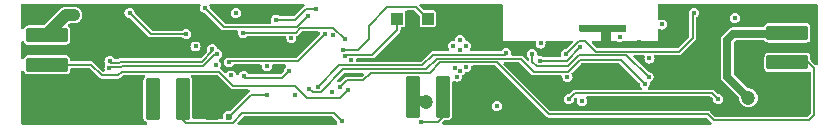
<source format=gbr>
%TF.GenerationSoftware,KiCad,Pcbnew,8.0.1*%
%TF.CreationDate,2024-08-20T12:32:33+02:00*%
%TF.ProjectId,ESP32_PICO_LED,45535033-325f-4504-9943-4f5f4c45442e,rev?*%
%TF.SameCoordinates,Original*%
%TF.FileFunction,Copper,L4,Bot*%
%TF.FilePolarity,Positive*%
%FSLAX46Y46*%
G04 Gerber Fmt 4.6, Leading zero omitted, Abs format (unit mm)*
G04 Created by KiCad (PCBNEW 8.0.1) date 2024-08-20 12:32:33*
%MOMM*%
%LPD*%
G01*
G04 APERTURE LIST*
G04 Aperture macros list*
%AMRoundRect*
0 Rectangle with rounded corners*
0 $1 Rounding radius*
0 $2 $3 $4 $5 $6 $7 $8 $9 X,Y pos of 4 corners*
0 Add a 4 corners polygon primitive as box body*
4,1,4,$2,$3,$4,$5,$6,$7,$8,$9,$2,$3,0*
0 Add four circle primitives for the rounded corners*
1,1,$1+$1,$2,$3*
1,1,$1+$1,$4,$5*
1,1,$1+$1,$6,$7*
1,1,$1+$1,$8,$9*
0 Add four rect primitives between the rounded corners*
20,1,$1+$1,$2,$3,$4,$5,0*
20,1,$1+$1,$4,$5,$6,$7,0*
20,1,$1+$1,$6,$7,$8,$9,0*
20,1,$1+$1,$8,$9,$2,$3,0*%
G04 Aperture macros list end*
%TA.AperFunction,ComponentPad*%
%ADD10C,0.500000*%
%TD*%
%TA.AperFunction,SMDPad,CuDef*%
%ADD11R,1.000000X1.000000*%
%TD*%
%TA.AperFunction,SMDPad,CuDef*%
%ADD12RoundRect,0.183824X-0.441176X1.566176X-0.441176X-1.566176X0.441176X-1.566176X0.441176X1.566176X0*%
%TD*%
%TA.AperFunction,SMDPad,CuDef*%
%ADD13RoundRect,0.183824X1.566176X0.441176X-1.566176X0.441176X-1.566176X-0.441176X1.566176X-0.441176X0*%
%TD*%
%TA.AperFunction,ViaPad*%
%ADD14C,0.450000*%
%TD*%
%TA.AperFunction,ViaPad*%
%ADD15C,1.200000*%
%TD*%
%TA.AperFunction,ViaPad*%
%ADD16C,1.000000*%
%TD*%
%TA.AperFunction,ViaPad*%
%ADD17C,0.600000*%
%TD*%
%TA.AperFunction,Conductor*%
%ADD18C,0.152400*%
%TD*%
%TA.AperFunction,Conductor*%
%ADD19C,1.000000*%
%TD*%
%TA.AperFunction,Conductor*%
%ADD20C,0.700000*%
%TD*%
%TA.AperFunction,Conductor*%
%ADD21C,0.177800*%
%TD*%
%TA.AperFunction,Conductor*%
%ADD22C,0.211074*%
%TD*%
G04 APERTURE END LIST*
D10*
%TO.P,U4,33,GND*%
%TO.N,GND*%
X155950000Y-81150000D03*
X156650000Y-81850000D03*
X155250000Y-81850000D03*
X155950000Y-82550000D03*
%TD*%
D11*
%TO.P,J4,1,Pin_1*%
%TO.N,SWCLK*%
X138200000Y-77100000D03*
%TD*%
D12*
%TO.P,J5,1,Pin_1*%
%TO.N,+5V*%
X139550000Y-83700000D03*
%TO.P,J5,2,Pin_2*%
%TO.N,LED_OUT_4*%
X142050000Y-83700000D03*
%TO.P,J5,3,Pin_3*%
%TO.N,GND*%
X144550000Y-83700000D03*
%TD*%
%TO.P,J6,1,Pin_1*%
%TO.N,+5V*%
X117550000Y-83900000D03*
%TO.P,J6,2,Pin_2*%
%TO.N,LED_OUT_3*%
X120050000Y-83900000D03*
%TO.P,J6,3,Pin_3*%
%TO.N,GND*%
X122550000Y-83900000D03*
%TD*%
D11*
%TO.P,J2,1,Pin_1*%
%TO.N,SWDIO*%
X140800000Y-77100000D03*
%TD*%
%TO.P,J3,1,Pin_1*%
%TO.N,GND*%
X143400000Y-77100000D03*
%TD*%
D13*
%TO.P,J1,1,Pin_1*%
%TO.N,+5V*%
X171250000Y-78300000D03*
%TO.P,J1,2,Pin_2*%
%TO.N,LED_OUT_2*%
X171250000Y-80800000D03*
%TO.P,J1,3,Pin_3*%
%TO.N,GND*%
X171250000Y-83300000D03*
%TD*%
%TO.P,J7,1,Pin_1*%
%TO.N,+5V*%
X108550000Y-78500000D03*
%TO.P,J7,2,Pin_2*%
%TO.N,LED_OUT_1*%
X108550000Y-81000000D03*
%TO.P,J7,3,Pin_3*%
%TO.N,GND*%
X108550000Y-83500000D03*
%TD*%
D14*
%TO.N,GND*%
X149632784Y-82777216D03*
X111390000Y-82430000D03*
X126250000Y-76100000D03*
X123450006Y-78620000D03*
X118812514Y-79900000D03*
X139050000Y-78775006D03*
X154000000Y-77900000D03*
X139925000Y-80575000D03*
X125150357Y-83600357D03*
X162150000Y-78680000D03*
X162620000Y-77589988D03*
X168980000Y-79540000D03*
X137650028Y-79499986D03*
X112320000Y-82850000D03*
X153250000Y-84500000D03*
X157376074Y-77847103D03*
X134338783Y-81871800D03*
X167731499Y-79187500D03*
X156800000Y-77900002D03*
X170500000Y-84700000D03*
X115290010Y-85350000D03*
X115299986Y-80000000D03*
X146340000Y-78580000D03*
X126450000Y-85700000D03*
X163450000Y-79900000D03*
X158550000Y-84500000D03*
X125050004Y-81400000D03*
X122850000Y-82800000D03*
X129850000Y-76100000D03*
X158650000Y-79100000D03*
X155450000Y-77900000D03*
X154700000Y-77900000D03*
X149450000Y-84600000D03*
X111890000Y-82500000D03*
X168230000Y-79430000D03*
X149250000Y-81828200D03*
X161450000Y-76600000D03*
X124904185Y-77371800D03*
X156150002Y-77900002D03*
X131870001Y-85848000D03*
X146310000Y-77660000D03*
X146250000Y-81400000D03*
X146850000Y-82800000D03*
X164150000Y-78200000D03*
%TO.N,+3.3V*%
X157035947Y-78650000D03*
X132762216Y-78517784D03*
X143098270Y-81257298D03*
X143550000Y-81500000D03*
X124550026Y-76640900D03*
X153850000Y-84100000D03*
X121137500Y-79447498D03*
X122850000Y-81000000D03*
X143565791Y-79713000D03*
X134269417Y-80620000D03*
X144050000Y-79400000D03*
X143550000Y-78900000D03*
X152626167Y-82048200D03*
X129562468Y-83552735D03*
X129250468Y-78728200D03*
X132650002Y-83300000D03*
X127180000Y-81128200D03*
X124150000Y-81900000D03*
X166800000Y-77050000D03*
X144050422Y-81207600D03*
X159570000Y-80470000D03*
X150350000Y-79200000D03*
X142950000Y-79400000D03*
X160650000Y-77590000D03*
X143250000Y-82000000D03*
X146650000Y-84500000D03*
%TO.N,Net-(U2-ADC_AVDD)*%
X131350000Y-76300000D03*
X127935639Y-77172040D03*
D15*
%TO.N,+5V*%
X167950000Y-83800000D03*
D16*
X110850000Y-76800000D03*
D15*
X140625001Y-84150000D03*
D16*
X117550000Y-84700000D03*
D14*
%TO.N,Net-(U4-CHIP_EN)*%
X163310000Y-76600000D03*
X152490000Y-80090000D03*
%TO.N,ESP_STATUS_LED*%
X153647784Y-79537784D03*
X150300000Y-80671800D03*
%TO.N,SWCLK*%
X133820000Y-80250000D03*
%TO.N,SWDIO*%
X133602002Y-79716297D03*
%TO.N,Net-(U2-RUN)*%
X115549972Y-76600000D03*
X120350000Y-78400000D03*
X133749994Y-78836366D03*
X125150000Y-78302777D03*
%TO.N,Net-(U4-U0TXD)*%
X149650000Y-80100000D03*
X159486800Y-82028200D03*
%TO.N,/esp32_wifi_section/IO9*%
X165389786Y-83928200D03*
X152743000Y-83928200D03*
D17*
%TO.N,QSPI_SS*%
X123977442Y-85396800D03*
D14*
X127150000Y-83540900D03*
%TO.N,BUTTON*%
X132070000Y-78410000D03*
X123950000Y-80800010D03*
%TO.N,QSPI_SD3*%
X125204649Y-81976898D03*
X129050000Y-81500000D03*
%TO.N,/UART1_RX*%
X147450000Y-79992400D03*
X131476735Y-82867698D03*
%TO.N,/UART1_TX*%
X159160657Y-82600004D03*
X130780000Y-83040000D03*
%TO.N,MIC_ADC*%
X130649997Y-76864103D03*
X121950000Y-76200000D03*
%TO.N,LED_OUT_1*%
X134050000Y-83100000D03*
%TO.N,LED_OUT_3*%
X133550000Y-85800000D03*
%TO.N,LED_OUT_2*%
X133350000Y-82900000D03*
%TO.N,LED_OUT_4*%
X140257924Y-85816946D03*
%TO.N,/_RPI_USB_P*%
X122958491Y-80108491D03*
X113850000Y-81294850D03*
%TO.N,/_RPI_USB_N*%
X113858207Y-80697490D03*
X122541509Y-79691509D03*
%TD*%
D18*
%TO.N,Net-(U2-ADC_AVDD)*%
X127935639Y-77172040D02*
X129577960Y-77172040D01*
X129577960Y-77172040D02*
X130450000Y-76300000D01*
X130450000Y-76300000D02*
X131350000Y-76300000D01*
D19*
%TO.N,+5V*%
X108475000Y-78487500D02*
X110162500Y-76800000D01*
D20*
X166150000Y-82000000D02*
X167950000Y-83800000D01*
X140625001Y-84150000D02*
X140450001Y-83975000D01*
X166150000Y-78900000D02*
X166150000Y-82000000D01*
X140450001Y-83975000D02*
X140000002Y-83975000D01*
X166662500Y-78387500D02*
X166150000Y-78900000D01*
X171175000Y-78387500D02*
X166662500Y-78387500D01*
D19*
X110162500Y-76800000D02*
X110850000Y-76800000D01*
D18*
%TO.N,Net-(U4-CHIP_EN)*%
X163230000Y-78720000D02*
X162070000Y-79880000D01*
X163310000Y-76600000D02*
X163230000Y-76680000D01*
X163230000Y-76680000D02*
X163230000Y-78720000D01*
X154110000Y-78960000D02*
X153620000Y-78960000D01*
X153620000Y-78960000D02*
X152490000Y-80090000D01*
X162070000Y-79880000D02*
X155030000Y-79880000D01*
X155030000Y-79880000D02*
X154110000Y-78960000D01*
%TO.N,ESP_STATUS_LED*%
X153647784Y-79537784D02*
X152544368Y-80641200D01*
X152544368Y-80641200D02*
X150330600Y-80641200D01*
X150330600Y-80641200D02*
X150300000Y-80671800D01*
D21*
%TO.N,SWCLK*%
X136048700Y-80179100D02*
X133890900Y-80179100D01*
X133890900Y-80179100D02*
X133820000Y-80250000D01*
X138200000Y-77100000D02*
X138200000Y-78027800D01*
X138200000Y-78027800D02*
X136048700Y-80179100D01*
D18*
%TO.N,SWDIO*%
X134902002Y-79716297D02*
X135800000Y-78818299D01*
X135800000Y-78818299D02*
X135800000Y-77686908D01*
X134902002Y-79716297D02*
X133602002Y-79716297D01*
X139830000Y-76130000D02*
X140800000Y-77100000D01*
X137356908Y-76130000D02*
X139830000Y-76130000D01*
X135800000Y-77686908D02*
X137356908Y-76130000D01*
%TO.N,Net-(U2-RUN)*%
X130009232Y-77900000D02*
X132813628Y-77900000D01*
X117349972Y-78400000D02*
X115549972Y-76600000D01*
X129609232Y-78300000D02*
X130009232Y-77900000D01*
X125152777Y-78300000D02*
X129609232Y-78300000D01*
X125150000Y-78302777D02*
X125152777Y-78300000D01*
X132813628Y-77900000D02*
X133749994Y-78836366D01*
X120350000Y-78400000D02*
X117349972Y-78400000D01*
%TO.N,Net-(U4-U0TXD)*%
X153626932Y-80159400D02*
X152686332Y-81100000D01*
X157618000Y-80159400D02*
X153626932Y-80159400D01*
X149650000Y-80730000D02*
X149650000Y-80100000D01*
X152686332Y-81100000D02*
X150020000Y-81100000D01*
X159486800Y-82028200D02*
X157618000Y-80159400D01*
X150020000Y-81100000D02*
X149650000Y-80730000D01*
%TO.N,/esp32_wifi_section/IO9*%
X153271200Y-83400000D02*
X164861586Y-83400000D01*
X164861586Y-83400000D02*
X165389786Y-83928200D01*
X152743000Y-83928200D02*
X153271200Y-83400000D01*
D21*
%TO.N,QSPI_SS*%
X123977442Y-85396800D02*
X125833342Y-83540900D01*
X125833342Y-83540900D02*
X127150000Y-83540900D01*
D18*
%TO.N,BUTTON*%
X129780000Y-80700000D02*
X124050010Y-80700000D01*
X124050010Y-80700000D02*
X123950000Y-80800010D01*
X132070000Y-78410000D02*
X129780000Y-80700000D01*
%TO.N,QSPI_SD3*%
X128450000Y-82100000D02*
X129050000Y-81500000D01*
X125204649Y-81976898D02*
X125327751Y-82100000D01*
X125327751Y-82100000D02*
X128450000Y-82100000D01*
%TO.N,/UART1_RX*%
X147450000Y-79992400D02*
X147301200Y-80141200D01*
X140301800Y-81048200D02*
X133296233Y-81048200D01*
X141208800Y-80141200D02*
X140301800Y-81048200D01*
X133296233Y-81048200D02*
X131476735Y-82867698D01*
X147301200Y-80141200D02*
X141208800Y-80141200D01*
%TO.N,/UART1_TX*%
X133655600Y-81394400D02*
X140655600Y-81394400D01*
X153670000Y-80600000D02*
X157160653Y-80600000D01*
X140655600Y-81394400D02*
X141550000Y-80500000D01*
X157160653Y-80600000D02*
X159160657Y-82600004D01*
X152650000Y-81620000D02*
X153670000Y-80600000D01*
X149770000Y-81620000D02*
X152650000Y-81620000D01*
X131727367Y-83322633D02*
X133655600Y-81394400D01*
X141550000Y-80500000D02*
X148650000Y-80500000D01*
X130780000Y-83040000D02*
X131062633Y-83322633D01*
X131062633Y-83322633D02*
X131727367Y-83322633D01*
X148650000Y-80500000D02*
X149770000Y-81620000D01*
%TO.N,MIC_ADC*%
X123550000Y-77800000D02*
X129714100Y-77800000D01*
X129714100Y-77800000D02*
X130649997Y-76864103D01*
X121950000Y-76200000D02*
X123550000Y-77800000D01*
%TO.N,LED_OUT_1*%
X114550000Y-81900000D02*
X113200000Y-81900000D01*
X113200000Y-81900000D02*
X112300000Y-81000000D01*
X123083578Y-81573800D02*
X114876200Y-81573800D01*
X124309778Y-82800000D02*
X123083578Y-81573800D01*
X112300000Y-81000000D02*
X108550000Y-81000000D01*
X133350000Y-83800000D02*
X130550000Y-83800000D01*
X114876200Y-81573800D02*
X114550000Y-81900000D01*
X134050000Y-83100000D02*
X133350000Y-83800000D01*
X130550000Y-83800000D02*
X129550000Y-82800000D01*
X129550000Y-82800000D02*
X124309778Y-82800000D01*
%TO.N,LED_OUT_3*%
X120300001Y-85900000D02*
X124267705Y-85900000D01*
X120050000Y-85649999D02*
X120300001Y-85900000D01*
X124267705Y-85900000D02*
X125067705Y-85100000D01*
X120050000Y-83900000D02*
X120050000Y-85649999D01*
X125067705Y-85100000D02*
X132850000Y-85100000D01*
X132850000Y-85100000D02*
X133550000Y-85800000D01*
%TO.N,LED_OUT_2*%
X173500000Y-85250000D02*
X173049999Y-85700001D01*
X133950000Y-82300000D02*
X133350000Y-82900000D01*
X172999999Y-80800000D02*
X173500000Y-81300001D01*
X171250000Y-80800000D02*
X172999999Y-80800000D01*
X165050001Y-85700001D02*
X164550000Y-85200000D01*
X173500000Y-81300001D02*
X173500000Y-85250000D01*
X135976200Y-81673800D02*
X135350000Y-82300000D01*
X164550000Y-85200000D02*
X151058804Y-85200000D01*
X140976200Y-81673800D02*
X135976200Y-81673800D01*
X135350000Y-82300000D02*
X133950000Y-82300000D01*
X151058804Y-85200000D02*
X146638204Y-80779400D01*
X173049999Y-85700001D02*
X165050001Y-85700001D01*
X146638204Y-80779400D02*
X141870600Y-80779400D01*
X141870600Y-80779400D02*
X140976200Y-81673800D01*
%TO.N,LED_OUT_4*%
X141683053Y-85816946D02*
X142050000Y-85449999D01*
X140257924Y-85816946D02*
X141683053Y-85816946D01*
X142050000Y-85449999D02*
X142050000Y-83700000D01*
D22*
%TO.N,/_RPI_USB_P*%
X122780564Y-80108491D02*
X121790018Y-81099037D01*
X114807934Y-81161103D02*
X113983747Y-81161103D01*
X114870000Y-81099037D02*
X114807934Y-81161103D01*
X113983747Y-81161103D02*
X113850000Y-81294850D01*
X122958491Y-80108491D02*
X122780564Y-80108491D01*
X121790018Y-81099037D02*
X114870000Y-81099037D01*
%TO.N,/_RPI_USB_N*%
X122541509Y-79869436D02*
X121649982Y-80760963D01*
X113983746Y-80823029D02*
X113858207Y-80697490D01*
X114735193Y-80760963D02*
X114673127Y-80823029D01*
X122541509Y-79691509D02*
X122541509Y-79869436D01*
X121649982Y-80760963D02*
X114735193Y-80760963D01*
X114673127Y-80823029D02*
X113983746Y-80823029D01*
%TD*%
%TA.AperFunction,Conductor*%
%TO.N,GND*%
G36*
X157543039Y-77619685D02*
G01*
X157588794Y-77672489D01*
X157600000Y-77724000D01*
X157600000Y-78126000D01*
X157580315Y-78193039D01*
X157527511Y-78238794D01*
X157476000Y-78250000D01*
X157217918Y-78250000D01*
X157179199Y-78240702D01*
X157178357Y-78243297D01*
X157169071Y-78240280D01*
X157035949Y-78219196D01*
X157035945Y-78219196D01*
X156902822Y-78240280D01*
X156893537Y-78243297D01*
X156892694Y-78240702D01*
X156853976Y-78250000D01*
X156300000Y-78250000D01*
X156300000Y-79603300D01*
X155450000Y-79603300D01*
X155450000Y-78200000D01*
X153724000Y-78200000D01*
X153656961Y-78180315D01*
X153611206Y-78127511D01*
X153600000Y-78076000D01*
X153600000Y-77724000D01*
X153619685Y-77656961D01*
X153672489Y-77611206D01*
X153724000Y-77600000D01*
X157476000Y-77600000D01*
X157543039Y-77619685D01*
G37*
%TD.AperFunction*%
%TD*%
%TA.AperFunction,Conductor*%
%TO.N,GND*%
G36*
X112201064Y-81296385D02*
G01*
X112221706Y-81313019D01*
X113030098Y-82121412D01*
X113030101Y-82121414D01*
X113030102Y-82121415D01*
X113030105Y-82121417D01*
X113030107Y-82121418D01*
X113093195Y-82157844D01*
X113163566Y-82176699D01*
X113163572Y-82176700D01*
X114586428Y-82176700D01*
X114586433Y-82176699D01*
X114656803Y-82157844D01*
X114656804Y-82157844D01*
X114691775Y-82137652D01*
X114719898Y-82121415D01*
X114954494Y-81886819D01*
X115015817Y-81853334D01*
X115042175Y-81850500D01*
X116749269Y-81850500D01*
X116816308Y-81870185D01*
X116862063Y-81922989D01*
X116872007Y-81992147D01*
X116842982Y-82055703D01*
X116836950Y-82062181D01*
X116791717Y-82107413D01*
X116791715Y-82107416D01*
X116735385Y-82222642D01*
X116735384Y-82222644D01*
X116735384Y-82222646D01*
X116724500Y-82297350D01*
X116724500Y-85502650D01*
X116735384Y-85577354D01*
X116735384Y-85577355D01*
X116735385Y-85577357D01*
X116791715Y-85692583D01*
X116791717Y-85692586D01*
X116882413Y-85783282D01*
X116882416Y-85783284D01*
X116992498Y-85837100D01*
X117044081Y-85884227D01*
X117061995Y-85951761D01*
X117040554Y-86018260D01*
X116986565Y-86062610D01*
X116938038Y-86072500D01*
X106501500Y-86072500D01*
X106434461Y-86052815D01*
X106388706Y-86000011D01*
X106377500Y-85948500D01*
X106377500Y-81611962D01*
X106397185Y-81544923D01*
X106449989Y-81499168D01*
X106519147Y-81489224D01*
X106582703Y-81518249D01*
X106612900Y-81557502D01*
X106666715Y-81667583D01*
X106666717Y-81667586D01*
X106757413Y-81758282D01*
X106757416Y-81758284D01*
X106850143Y-81803615D01*
X106872646Y-81814616D01*
X106947350Y-81825500D01*
X106947356Y-81825500D01*
X110152644Y-81825500D01*
X110152650Y-81825500D01*
X110227354Y-81814616D01*
X110308430Y-81774980D01*
X110342583Y-81758284D01*
X110342586Y-81758282D01*
X110433282Y-81667586D01*
X110433284Y-81667583D01*
X110467596Y-81597396D01*
X110489616Y-81552354D01*
X110500500Y-81477650D01*
X110500500Y-81400700D01*
X110520185Y-81333661D01*
X110572989Y-81287906D01*
X110624500Y-81276700D01*
X112134025Y-81276700D01*
X112201064Y-81296385D01*
G37*
%TD.AperFunction*%
%TA.AperFunction,Conductor*%
G36*
X132751064Y-85396385D02*
G01*
X132771706Y-85413019D01*
X133083274Y-85724587D01*
X133116759Y-85785910D01*
X133118066Y-85792870D01*
X133139643Y-85929102D01*
X133130688Y-85998396D01*
X133085692Y-86051848D01*
X133018941Y-86072487D01*
X133017170Y-86072500D01*
X124785880Y-86072500D01*
X124718841Y-86052815D01*
X124673086Y-86000011D01*
X124663142Y-85930853D01*
X124692167Y-85867297D01*
X124698199Y-85860819D01*
X125145999Y-85413019D01*
X125207322Y-85379534D01*
X125233680Y-85376700D01*
X132684025Y-85376700D01*
X132751064Y-85396385D01*
G37*
%TD.AperFunction*%
%TA.AperFunction,Conductor*%
G36*
X146539268Y-81075785D02*
G01*
X146559910Y-81092419D01*
X150837389Y-85369898D01*
X150888906Y-85421415D01*
X150892173Y-85423301D01*
X150952001Y-85457844D01*
X150991477Y-85468421D01*
X151022376Y-85476700D01*
X151095232Y-85476700D01*
X164384025Y-85476700D01*
X164451064Y-85496385D01*
X164471706Y-85513019D01*
X164819505Y-85860819D01*
X164852990Y-85922142D01*
X164848006Y-85991834D01*
X164806134Y-86047767D01*
X164740670Y-86072184D01*
X164731824Y-86072500D01*
X142118175Y-86072500D01*
X142051136Y-86052815D01*
X142005381Y-86000011D01*
X141995437Y-85930853D01*
X142024462Y-85867297D01*
X142030494Y-85860819D01*
X142204493Y-85686819D01*
X142265816Y-85653334D01*
X142292174Y-85650500D01*
X142527644Y-85650500D01*
X142527650Y-85650500D01*
X142602354Y-85639616D01*
X142659970Y-85611449D01*
X142717583Y-85583284D01*
X142717586Y-85583282D01*
X142808282Y-85492586D01*
X142808284Y-85492583D01*
X142855109Y-85396800D01*
X142864616Y-85377354D01*
X142875500Y-85302650D01*
X142875500Y-84500002D01*
X146219196Y-84500002D01*
X146240279Y-84633121D01*
X146240280Y-84633124D01*
X146240281Y-84633126D01*
X146265007Y-84681653D01*
X146301473Y-84753221D01*
X146301476Y-84753225D01*
X146396774Y-84848523D01*
X146396778Y-84848526D01*
X146396780Y-84848528D01*
X146516874Y-84909719D01*
X146516876Y-84909719D01*
X146516878Y-84909720D01*
X146649998Y-84930804D01*
X146650000Y-84930804D01*
X146650002Y-84930804D01*
X146783121Y-84909720D01*
X146783121Y-84909719D01*
X146783126Y-84909719D01*
X146903220Y-84848528D01*
X146998528Y-84753220D01*
X147059719Y-84633126D01*
X147059720Y-84633121D01*
X147080804Y-84500002D01*
X147080804Y-84499997D01*
X147059720Y-84366878D01*
X147059719Y-84366876D01*
X147059719Y-84366874D01*
X146998528Y-84246780D01*
X146998526Y-84246778D01*
X146998523Y-84246774D01*
X146903225Y-84151476D01*
X146903221Y-84151473D01*
X146903220Y-84151472D01*
X146783126Y-84090281D01*
X146783124Y-84090280D01*
X146783121Y-84090279D01*
X146650002Y-84069196D01*
X146649998Y-84069196D01*
X146516878Y-84090279D01*
X146516874Y-84090280D01*
X146516874Y-84090281D01*
X146436811Y-84131075D01*
X146396778Y-84151473D01*
X146396774Y-84151476D01*
X146301476Y-84246774D01*
X146301473Y-84246778D01*
X146240279Y-84366878D01*
X146219196Y-84499997D01*
X146219196Y-84500002D01*
X142875500Y-84500002D01*
X142875500Y-82489081D01*
X142895185Y-82422042D01*
X142947989Y-82376287D01*
X143017147Y-82366343D01*
X143055789Y-82378595D01*
X143116874Y-82409719D01*
X143116875Y-82409719D01*
X143116877Y-82409720D01*
X143249998Y-82430804D01*
X143250000Y-82430804D01*
X143250002Y-82430804D01*
X143383121Y-82409720D01*
X143383121Y-82409719D01*
X143383126Y-82409719D01*
X143503220Y-82348528D01*
X143598528Y-82253220D01*
X143659719Y-82133126D01*
X143659720Y-82133121D01*
X143680804Y-82000002D01*
X143680804Y-81990240D01*
X143683950Y-81990240D01*
X143690780Y-81937274D01*
X143735762Y-81883810D01*
X143748006Y-81876660D01*
X143803220Y-81848528D01*
X143898528Y-81753220D01*
X143923104Y-81704986D01*
X143971075Y-81654193D01*
X144038896Y-81637397D01*
X144048940Y-81638404D01*
X144050422Y-81638404D01*
X144050424Y-81638404D01*
X144183543Y-81617320D01*
X144183543Y-81617319D01*
X144183548Y-81617319D01*
X144303642Y-81556128D01*
X144398950Y-81460820D01*
X144460141Y-81340726D01*
X144464064Y-81315956D01*
X144481226Y-81207602D01*
X144481226Y-81207599D01*
X144479943Y-81199499D01*
X144488897Y-81130205D01*
X144533893Y-81076753D01*
X144600645Y-81056113D01*
X144602416Y-81056100D01*
X146472229Y-81056100D01*
X146539268Y-81075785D01*
G37*
%TD.AperFunction*%
%TA.AperFunction,Conductor*%
G36*
X122984642Y-81870185D02*
G01*
X123005284Y-81886819D01*
X124139876Y-83021412D01*
X124139879Y-83021414D01*
X124139880Y-83021415D01*
X124139883Y-83021417D01*
X124139885Y-83021418D01*
X124202973Y-83057844D01*
X124273344Y-83076699D01*
X124273350Y-83076700D01*
X125595785Y-83076700D01*
X125662824Y-83096385D01*
X125708579Y-83149189D01*
X125718523Y-83218347D01*
X125689498Y-83281903D01*
X125657782Y-83308089D01*
X125655646Y-83309321D01*
X124104986Y-84859981D01*
X124043663Y-84893466D01*
X124017305Y-84896300D01*
X123905478Y-84896300D01*
X123767391Y-84936845D01*
X123646315Y-85014656D01*
X123552065Y-85123426D01*
X123552064Y-85123428D01*
X123492276Y-85254343D01*
X123472732Y-85390281D01*
X123471795Y-85396800D01*
X123483283Y-85476699D01*
X123483995Y-85481653D01*
X123474051Y-85550812D01*
X123428296Y-85603616D01*
X123361257Y-85623300D01*
X120999500Y-85623300D01*
X120932461Y-85603615D01*
X120886706Y-85550811D01*
X120875500Y-85499300D01*
X120875500Y-82297355D01*
X120875500Y-82297350D01*
X120864616Y-82222646D01*
X120859649Y-82212485D01*
X120808284Y-82107416D01*
X120808282Y-82107413D01*
X120763050Y-82062181D01*
X120729565Y-82000858D01*
X120734549Y-81931166D01*
X120776421Y-81875233D01*
X120841885Y-81850816D01*
X120850731Y-81850500D01*
X122917603Y-81850500D01*
X122984642Y-81870185D01*
G37*
%TD.AperFunction*%
%TA.AperFunction,Conductor*%
G36*
X173765539Y-75847185D02*
G01*
X173811294Y-75899989D01*
X173822500Y-75951500D01*
X173822500Y-80931825D01*
X173802815Y-80998864D01*
X173750011Y-81044619D01*
X173680853Y-81054563D01*
X173617297Y-81025538D01*
X173610819Y-81019506D01*
X173236819Y-80645506D01*
X173203334Y-80584183D01*
X173200500Y-80557825D01*
X173200500Y-80322355D01*
X173200500Y-80322350D01*
X173189616Y-80247646D01*
X173177629Y-80223126D01*
X173133284Y-80132416D01*
X173133282Y-80132413D01*
X173042586Y-80041717D01*
X173042583Y-80041715D01*
X172927357Y-79985385D01*
X172927355Y-79985384D01*
X172927354Y-79985384D01*
X172852650Y-79974500D01*
X169647350Y-79974500D01*
X169572646Y-79985384D01*
X169572644Y-79985384D01*
X169572642Y-79985385D01*
X169457416Y-80041715D01*
X169457413Y-80041717D01*
X169366717Y-80132413D01*
X169366715Y-80132416D01*
X169310385Y-80247642D01*
X169310384Y-80247644D01*
X169310384Y-80247646D01*
X169299500Y-80322350D01*
X169299500Y-81277650D01*
X169310384Y-81352354D01*
X169310384Y-81352355D01*
X169310385Y-81352357D01*
X169366715Y-81467583D01*
X169366717Y-81467586D01*
X169457413Y-81558282D01*
X169457416Y-81558284D01*
X169537422Y-81597396D01*
X169572646Y-81614616D01*
X169647350Y-81625500D01*
X169647356Y-81625500D01*
X172852644Y-81625500D01*
X172852650Y-81625500D01*
X172927354Y-81614616D01*
X172964889Y-81596266D01*
X173044839Y-81557181D01*
X173113712Y-81545421D01*
X173178010Y-81572764D01*
X173217317Y-81630529D01*
X173223300Y-81668581D01*
X173223300Y-85084025D01*
X173203615Y-85151064D01*
X173186981Y-85171706D01*
X172971705Y-85386982D01*
X172910382Y-85420467D01*
X172884024Y-85423301D01*
X165215976Y-85423301D01*
X165148937Y-85403616D01*
X165128295Y-85386982D01*
X164719901Y-84978587D01*
X164719892Y-84978581D01*
X164656804Y-84942155D01*
X164586433Y-84923300D01*
X164586428Y-84923300D01*
X151224779Y-84923300D01*
X151157740Y-84903615D01*
X151137098Y-84886981D01*
X147238498Y-80988381D01*
X147205013Y-80927058D01*
X147209997Y-80857366D01*
X147251869Y-80801433D01*
X147317333Y-80777016D01*
X147326179Y-80776700D01*
X148484025Y-80776700D01*
X148551064Y-80796385D01*
X148571706Y-80813019D01*
X149600098Y-81841412D01*
X149600101Y-81841414D01*
X149600102Y-81841415D01*
X149600105Y-81841417D01*
X149600107Y-81841418D01*
X149663195Y-81877844D01*
X149733566Y-81896699D01*
X149733572Y-81896700D01*
X149806428Y-81896700D01*
X152074173Y-81896700D01*
X152141212Y-81916385D01*
X152186967Y-81969189D01*
X152196911Y-82038347D01*
X152196646Y-82040099D01*
X152195363Y-82048199D01*
X152195363Y-82048202D01*
X152216446Y-82181321D01*
X152216447Y-82181324D01*
X152216448Y-82181326D01*
X152275568Y-82297355D01*
X152277640Y-82301421D01*
X152277643Y-82301425D01*
X152372941Y-82396723D01*
X152372945Y-82396726D01*
X152372947Y-82396728D01*
X152493041Y-82457919D01*
X152493043Y-82457919D01*
X152493045Y-82457920D01*
X152626165Y-82479004D01*
X152626167Y-82479004D01*
X152626169Y-82479004D01*
X152759288Y-82457920D01*
X152759288Y-82457919D01*
X152759293Y-82457919D01*
X152879387Y-82396728D01*
X152974695Y-82301420D01*
X153035886Y-82181326D01*
X153039054Y-82161326D01*
X153056971Y-82048202D01*
X153056971Y-82048197D01*
X153035887Y-81915078D01*
X153035886Y-81915076D01*
X153035886Y-81915074D01*
X152979017Y-81803463D01*
X152966122Y-81734797D01*
X152992398Y-81670056D01*
X153001813Y-81659499D01*
X153748294Y-80913019D01*
X153809617Y-80879534D01*
X153835975Y-80876700D01*
X156994678Y-80876700D01*
X157061717Y-80896385D01*
X157082359Y-80913019D01*
X158693931Y-82524591D01*
X158727416Y-82585914D01*
X158728723Y-82592874D01*
X158750936Y-82733125D01*
X158750937Y-82733128D01*
X158750938Y-82733130D01*
X158779090Y-82788381D01*
X158812130Y-82853225D01*
X158812133Y-82853229D01*
X158870523Y-82911619D01*
X158904008Y-82972942D01*
X158899024Y-83042634D01*
X158857152Y-83098567D01*
X158791688Y-83122984D01*
X158782842Y-83123300D01*
X153234766Y-83123300D01*
X153164397Y-83142155D01*
X153101305Y-83178583D01*
X153101303Y-83178584D01*
X152818411Y-83461475D01*
X152757088Y-83494959D01*
X152750128Y-83496266D01*
X152609878Y-83518479D01*
X152489778Y-83579673D01*
X152489774Y-83579676D01*
X152394476Y-83674974D01*
X152394473Y-83674978D01*
X152333279Y-83795078D01*
X152312196Y-83928197D01*
X152312196Y-83928202D01*
X152333279Y-84061321D01*
X152333280Y-84061324D01*
X152333281Y-84061326D01*
X152379215Y-84151476D01*
X152394473Y-84181421D01*
X152394476Y-84181425D01*
X152489774Y-84276723D01*
X152489778Y-84276726D01*
X152489780Y-84276728D01*
X152609874Y-84337919D01*
X152609876Y-84337919D01*
X152609878Y-84337920D01*
X152742998Y-84359004D01*
X152743000Y-84359004D01*
X152743002Y-84359004D01*
X152876121Y-84337920D01*
X152876121Y-84337919D01*
X152876126Y-84337919D01*
X152996220Y-84276728D01*
X153091528Y-84181420D01*
X153152719Y-84061326D01*
X153173804Y-83928200D01*
X153173803Y-83928196D01*
X153174932Y-83921070D01*
X153204861Y-83857935D01*
X153209704Y-83852807D01*
X153244716Y-83817795D01*
X153306037Y-83784312D01*
X153375729Y-83789296D01*
X153431662Y-83831168D01*
X153456079Y-83896632D01*
X153442883Y-83961767D01*
X153440279Y-83966876D01*
X153419196Y-84099997D01*
X153419196Y-84100002D01*
X153440279Y-84233121D01*
X153440280Y-84233124D01*
X153440281Y-84233126D01*
X153501472Y-84353220D01*
X153501473Y-84353221D01*
X153501476Y-84353225D01*
X153596774Y-84448523D01*
X153596778Y-84448526D01*
X153596780Y-84448528D01*
X153716874Y-84509719D01*
X153716876Y-84509719D01*
X153716878Y-84509720D01*
X153849998Y-84530804D01*
X153850000Y-84530804D01*
X153850002Y-84530804D01*
X153983121Y-84509720D01*
X153983121Y-84509719D01*
X153983126Y-84509719D01*
X154103220Y-84448528D01*
X154198528Y-84353220D01*
X154259719Y-84233126D01*
X154267908Y-84181421D01*
X154280804Y-84100002D01*
X154280804Y-84099997D01*
X154259720Y-83966878D01*
X154259719Y-83966876D01*
X154259719Y-83966874D01*
X154203731Y-83856992D01*
X154190836Y-83788326D01*
X154217112Y-83723585D01*
X154274219Y-83683328D01*
X154314217Y-83676700D01*
X164695611Y-83676700D01*
X164762650Y-83696385D01*
X164783292Y-83713019D01*
X164923060Y-83852787D01*
X164956545Y-83914110D01*
X164957852Y-83921070D01*
X164980065Y-84061321D01*
X164980066Y-84061324D01*
X164980067Y-84061326D01*
X165026001Y-84151476D01*
X165041259Y-84181421D01*
X165041262Y-84181425D01*
X165136560Y-84276723D01*
X165136564Y-84276726D01*
X165136566Y-84276728D01*
X165256660Y-84337919D01*
X165256662Y-84337919D01*
X165256664Y-84337920D01*
X165389784Y-84359004D01*
X165389786Y-84359004D01*
X165389788Y-84359004D01*
X165522907Y-84337920D01*
X165522907Y-84337919D01*
X165522912Y-84337919D01*
X165643006Y-84276728D01*
X165738314Y-84181420D01*
X165799505Y-84061326D01*
X165799506Y-84061321D01*
X165820590Y-83928202D01*
X165820590Y-83928197D01*
X165799506Y-83795078D01*
X165799505Y-83795076D01*
X165799505Y-83795074D01*
X165738314Y-83674980D01*
X165738312Y-83674978D01*
X165738309Y-83674974D01*
X165643011Y-83579676D01*
X165643007Y-83579673D01*
X165643006Y-83579672D01*
X165522912Y-83518481D01*
X165522910Y-83518480D01*
X165522907Y-83518479D01*
X165382656Y-83496266D01*
X165319521Y-83466337D01*
X165314373Y-83461474D01*
X165031487Y-83178587D01*
X165031478Y-83178581D01*
X164968390Y-83142155D01*
X164898019Y-83123300D01*
X164898014Y-83123300D01*
X159538472Y-83123300D01*
X159471433Y-83103615D01*
X159425678Y-83050811D01*
X159415734Y-82981653D01*
X159444759Y-82918097D01*
X159450791Y-82911619D01*
X159509180Y-82853229D01*
X159509185Y-82853224D01*
X159570376Y-82733130D01*
X159571338Y-82727058D01*
X159591461Y-82600006D01*
X159591461Y-82600003D01*
X159586061Y-82565912D01*
X159583925Y-82552424D01*
X159592879Y-82483131D01*
X159637875Y-82429679D01*
X159650083Y-82422553D01*
X159740020Y-82376728D01*
X159835328Y-82281420D01*
X159896519Y-82161326D01*
X159896520Y-82161321D01*
X159910592Y-82072475D01*
X165599500Y-82072475D01*
X165637016Y-82212485D01*
X165697990Y-82318097D01*
X165709489Y-82338013D01*
X165709491Y-82338016D01*
X167110320Y-83738845D01*
X167143805Y-83800168D01*
X167145859Y-83812643D01*
X167164630Y-83979249D01*
X167164631Y-83979254D01*
X167224211Y-84149523D01*
X167285321Y-84246778D01*
X167320184Y-84302262D01*
X167447738Y-84429816D01*
X167600478Y-84525789D01*
X167770745Y-84585368D01*
X167770750Y-84585369D01*
X167949996Y-84605565D01*
X167950000Y-84605565D01*
X167950004Y-84605565D01*
X168129249Y-84585369D01*
X168129252Y-84585368D01*
X168129255Y-84585368D01*
X168299522Y-84525789D01*
X168452262Y-84429816D01*
X168579816Y-84302262D01*
X168675789Y-84149522D01*
X168735368Y-83979255D01*
X168737261Y-83962454D01*
X168755565Y-83800003D01*
X168755565Y-83799996D01*
X168735369Y-83620750D01*
X168735368Y-83620745D01*
X168720996Y-83579672D01*
X168675789Y-83450478D01*
X168674562Y-83448526D01*
X168617059Y-83357010D01*
X168579816Y-83297738D01*
X168452262Y-83170184D01*
X168418849Y-83149189D01*
X168299523Y-83074211D01*
X168129254Y-83014631D01*
X168129249Y-83014630D01*
X167962643Y-82995859D01*
X167898229Y-82968793D01*
X167888845Y-82960320D01*
X166736819Y-81808294D01*
X166703334Y-81746971D01*
X166700500Y-81720613D01*
X166700500Y-79179387D01*
X166720185Y-79112348D01*
X166736819Y-79091706D01*
X166854206Y-78974319D01*
X166915529Y-78940834D01*
X166941887Y-78938000D01*
X169285769Y-78938000D01*
X169352808Y-78957685D01*
X169373450Y-78974319D01*
X169457413Y-79058282D01*
X169457416Y-79058284D01*
X169540650Y-79098974D01*
X169572646Y-79114616D01*
X169647350Y-79125500D01*
X169647356Y-79125500D01*
X172852644Y-79125500D01*
X172852650Y-79125500D01*
X172927354Y-79114616D01*
X172996517Y-79080804D01*
X173042583Y-79058284D01*
X173042586Y-79058282D01*
X173133282Y-78967586D01*
X173133284Y-78967583D01*
X173171262Y-78889898D01*
X173189616Y-78852354D01*
X173200500Y-78777650D01*
X173200500Y-77822350D01*
X173189616Y-77747646D01*
X173177629Y-77723126D01*
X173133284Y-77632416D01*
X173133282Y-77632413D01*
X173042586Y-77541717D01*
X173042583Y-77541715D01*
X172927357Y-77485385D01*
X172927355Y-77485384D01*
X172927354Y-77485384D01*
X172852650Y-77474500D01*
X169647350Y-77474500D01*
X169572646Y-77485384D01*
X169572644Y-77485384D01*
X169572642Y-77485385D01*
X169457416Y-77541715D01*
X169457413Y-77541717D01*
X169366717Y-77632413D01*
X169366715Y-77632416D01*
X169310386Y-77747640D01*
X169309779Y-77749605D01*
X169308431Y-77751638D01*
X169306154Y-77756297D01*
X169305542Y-77755997D01*
X169271182Y-77807846D01*
X169207224Y-77835974D01*
X169191305Y-77837000D01*
X166590025Y-77837000D01*
X166485017Y-77865137D01*
X166450014Y-77874516D01*
X166324486Y-77946989D01*
X166324483Y-77946991D01*
X165709491Y-78561983D01*
X165709489Y-78561986D01*
X165700994Y-78576700D01*
X165644427Y-78674680D01*
X165643261Y-78676699D01*
X165643260Y-78676700D01*
X165637017Y-78687512D01*
X165637016Y-78687513D01*
X165620669Y-78748523D01*
X165599500Y-78827525D01*
X165599500Y-82072475D01*
X159910592Y-82072475D01*
X159917604Y-82028202D01*
X159917604Y-82028197D01*
X159896520Y-81895078D01*
X159896519Y-81895076D01*
X159896519Y-81895074D01*
X159835328Y-81774980D01*
X159835326Y-81774978D01*
X159835323Y-81774974D01*
X159740025Y-81679676D01*
X159740021Y-81679673D01*
X159740020Y-81679672D01*
X159619926Y-81618481D01*
X159619924Y-81618480D01*
X159619921Y-81618479D01*
X159479670Y-81596266D01*
X159416535Y-81566337D01*
X159411387Y-81561474D01*
X158218294Y-80368381D01*
X158184809Y-80307058D01*
X158189793Y-80237366D01*
X158231665Y-80181433D01*
X158297129Y-80157016D01*
X158305975Y-80156700D01*
X159049735Y-80156700D01*
X159116774Y-80176385D01*
X159162529Y-80229189D01*
X159172473Y-80298347D01*
X159163208Y-80327569D01*
X159163295Y-80327598D01*
X159160280Y-80336875D01*
X159139196Y-80469997D01*
X159139196Y-80470002D01*
X159160279Y-80603121D01*
X159160280Y-80603124D01*
X159160281Y-80603126D01*
X159208362Y-80697490D01*
X159221473Y-80723221D01*
X159221476Y-80723225D01*
X159316774Y-80818523D01*
X159316778Y-80818526D01*
X159316780Y-80818528D01*
X159436874Y-80879719D01*
X159436876Y-80879719D01*
X159436878Y-80879720D01*
X159569998Y-80900804D01*
X159570000Y-80900804D01*
X159570002Y-80900804D01*
X159703121Y-80879720D01*
X159703121Y-80879719D01*
X159703126Y-80879719D01*
X159823220Y-80818528D01*
X159918528Y-80723220D01*
X159979719Y-80603126D01*
X159979720Y-80603121D01*
X160000804Y-80470002D01*
X160000804Y-80469997D01*
X159984709Y-80368381D01*
X159979719Y-80336874D01*
X159979718Y-80336872D01*
X159976705Y-80327598D01*
X159977939Y-80327196D01*
X159966884Y-80268324D01*
X159993162Y-80203584D01*
X160050269Y-80163328D01*
X160090265Y-80156700D01*
X162106428Y-80156700D01*
X162106433Y-80156699D01*
X162176803Y-80137844D01*
X162176804Y-80137844D01*
X162222155Y-80111659D01*
X162239898Y-80101415D01*
X163451415Y-78889898D01*
X163479109Y-78841932D01*
X163487844Y-78826804D01*
X163487844Y-78826803D01*
X163506699Y-78756433D01*
X163506700Y-78756427D01*
X163506700Y-77052773D01*
X163507514Y-77050002D01*
X166369196Y-77050002D01*
X166390279Y-77183121D01*
X166390280Y-77183124D01*
X166390281Y-77183126D01*
X166448478Y-77297343D01*
X166451473Y-77303221D01*
X166451476Y-77303225D01*
X166546774Y-77398523D01*
X166546778Y-77398526D01*
X166546780Y-77398528D01*
X166666874Y-77459719D01*
X166666876Y-77459719D01*
X166666878Y-77459720D01*
X166799998Y-77480804D01*
X166800000Y-77480804D01*
X166800002Y-77480804D01*
X166933121Y-77459720D01*
X166933121Y-77459719D01*
X166933126Y-77459719D01*
X167053220Y-77398528D01*
X167148528Y-77303220D01*
X167209719Y-77183126D01*
X167211475Y-77172040D01*
X167230804Y-77050002D01*
X167230804Y-77049997D01*
X167209720Y-76916878D01*
X167209719Y-76916876D01*
X167209719Y-76916874D01*
X167148528Y-76796780D01*
X167148526Y-76796778D01*
X167148523Y-76796774D01*
X167053225Y-76701476D01*
X167053221Y-76701473D01*
X167053220Y-76701472D01*
X166933126Y-76640281D01*
X166933124Y-76640280D01*
X166933121Y-76640279D01*
X166800002Y-76619196D01*
X166799998Y-76619196D01*
X166666878Y-76640279D01*
X166546778Y-76701473D01*
X166546774Y-76701476D01*
X166451476Y-76796774D01*
X166451473Y-76796778D01*
X166390279Y-76916878D01*
X166369196Y-77049997D01*
X166369196Y-77050002D01*
X163507514Y-77050002D01*
X163526385Y-76985734D01*
X163557815Y-76952455D01*
X163563216Y-76948530D01*
X163563215Y-76948530D01*
X163563220Y-76948528D01*
X163658528Y-76853220D01*
X163719719Y-76733126D01*
X163720055Y-76731006D01*
X163740804Y-76600002D01*
X163740804Y-76599997D01*
X163719720Y-76466878D01*
X163719719Y-76466876D01*
X163719719Y-76466874D01*
X163658528Y-76346780D01*
X163658526Y-76346778D01*
X163658523Y-76346774D01*
X163563225Y-76251476D01*
X163563221Y-76251473D01*
X163563220Y-76251472D01*
X163443126Y-76190281D01*
X163443124Y-76190280D01*
X163443121Y-76190279D01*
X163310002Y-76169196D01*
X163309998Y-76169196D01*
X163176878Y-76190279D01*
X163176874Y-76190280D01*
X163176874Y-76190281D01*
X163157782Y-76200009D01*
X163056778Y-76251473D01*
X163056774Y-76251476D01*
X162961476Y-76346774D01*
X162961473Y-76346778D01*
X162961472Y-76346780D01*
X162917477Y-76433126D01*
X162900279Y-76466878D01*
X162879196Y-76599997D01*
X162879196Y-76600002D01*
X162900279Y-76733123D01*
X162916558Y-76765071D01*
X162932711Y-76796774D01*
X162939785Y-76810656D01*
X162953300Y-76866951D01*
X162953300Y-78554025D01*
X162933615Y-78621064D01*
X162916981Y-78641706D01*
X161991706Y-79566981D01*
X161930383Y-79600466D01*
X161904025Y-79603300D01*
X156300000Y-79603300D01*
X156300000Y-78950000D01*
X156682836Y-78950000D01*
X156749875Y-78969685D01*
X156770517Y-78986319D01*
X156782721Y-78998523D01*
X156782725Y-78998526D01*
X156782727Y-78998528D01*
X156902821Y-79059719D01*
X156902823Y-79059719D01*
X156902825Y-79059720D01*
X157035945Y-79080804D01*
X157035947Y-79080804D01*
X157035949Y-79080804D01*
X157169068Y-79059720D01*
X157169068Y-79059719D01*
X157169073Y-79059719D01*
X157289167Y-78998528D01*
X157289172Y-78998523D01*
X157301377Y-78986319D01*
X157362700Y-78952834D01*
X157389058Y-78950000D01*
X160250000Y-78950000D01*
X160250000Y-78066089D01*
X160269685Y-77999050D01*
X160322489Y-77953295D01*
X160391647Y-77943351D01*
X160430291Y-77955602D01*
X160516874Y-77999719D01*
X160516876Y-77999719D01*
X160516878Y-77999720D01*
X160649998Y-78020804D01*
X160650000Y-78020804D01*
X160650002Y-78020804D01*
X160783121Y-77999720D01*
X160783121Y-77999719D01*
X160783126Y-77999719D01*
X160903220Y-77938528D01*
X160998528Y-77843220D01*
X161059719Y-77723126D01*
X161067421Y-77674500D01*
X161080804Y-77590002D01*
X161080804Y-77589997D01*
X161059720Y-77456878D01*
X161059719Y-77456876D01*
X161059719Y-77456874D01*
X160998528Y-77336780D01*
X160998526Y-77336778D01*
X160998523Y-77336774D01*
X160903225Y-77241476D01*
X160903221Y-77241473D01*
X160903220Y-77241472D01*
X160783126Y-77180281D01*
X160783124Y-77180280D01*
X160783121Y-77180279D01*
X160650002Y-77159196D01*
X160649998Y-77159196D01*
X160516876Y-77180279D01*
X160430294Y-77224395D01*
X160361625Y-77237291D01*
X160296884Y-77211014D01*
X160256628Y-77153907D01*
X160250000Y-77113910D01*
X160250000Y-75951500D01*
X160269685Y-75884461D01*
X160322489Y-75838706D01*
X160374000Y-75827500D01*
X173698500Y-75827500D01*
X173765539Y-75847185D01*
G37*
%TD.AperFunction*%
%TA.AperFunction,Conductor*%
G36*
X135355264Y-81690785D02*
G01*
X135401019Y-81743589D01*
X135410963Y-81812747D01*
X135381938Y-81876303D01*
X135375906Y-81882781D01*
X135271706Y-81986981D01*
X135210383Y-82020466D01*
X135184025Y-82023300D01*
X133913566Y-82023300D01*
X133843197Y-82042155D01*
X133780099Y-82078586D01*
X133425411Y-82433274D01*
X133364088Y-82466759D01*
X133357128Y-82468066D01*
X133277936Y-82480609D01*
X133208643Y-82471655D01*
X133155191Y-82426658D01*
X133134551Y-82359907D01*
X133153276Y-82292593D01*
X133170855Y-82270457D01*
X133733894Y-81707419D01*
X133795217Y-81673934D01*
X133821575Y-81671100D01*
X135288225Y-81671100D01*
X135355264Y-81690785D01*
G37*
%TD.AperFunction*%
%TA.AperFunction,Conductor*%
G36*
X121526938Y-75847185D02*
G01*
X121572693Y-75899989D01*
X121582637Y-75969147D01*
X121570385Y-76007791D01*
X121544351Y-76058887D01*
X121540279Y-76066878D01*
X121519196Y-76199997D01*
X121519196Y-76200002D01*
X121540279Y-76333121D01*
X121540280Y-76333124D01*
X121540281Y-76333126D01*
X121601472Y-76453220D01*
X121601473Y-76453221D01*
X121601476Y-76453225D01*
X121696774Y-76548523D01*
X121696778Y-76548526D01*
X121696780Y-76548528D01*
X121816874Y-76609719D01*
X121816876Y-76609719D01*
X121816878Y-76609720D01*
X121957128Y-76631933D01*
X122020263Y-76661862D01*
X122025412Y-76666725D01*
X123380098Y-78021412D01*
X123380101Y-78021414D01*
X123380102Y-78021415D01*
X123380105Y-78021417D01*
X123380107Y-78021418D01*
X123443195Y-78057844D01*
X123513566Y-78076699D01*
X123513572Y-78076700D01*
X123586428Y-78076700D01*
X124609817Y-78076700D01*
X124676856Y-78096385D01*
X124722611Y-78149189D01*
X124732555Y-78218347D01*
X124732291Y-78220097D01*
X124724883Y-78266874D01*
X124719196Y-78302779D01*
X124740279Y-78435898D01*
X124740280Y-78435901D01*
X124740281Y-78435903D01*
X124801472Y-78555997D01*
X124801473Y-78555998D01*
X124801476Y-78556002D01*
X124896774Y-78651300D01*
X124896778Y-78651303D01*
X124896780Y-78651305D01*
X125016874Y-78712496D01*
X125016876Y-78712496D01*
X125016878Y-78712497D01*
X125149998Y-78733581D01*
X125150000Y-78733581D01*
X125150002Y-78733581D01*
X125283121Y-78712497D01*
X125283121Y-78712496D01*
X125283126Y-78712496D01*
X125403220Y-78651305D01*
X125441505Y-78613020D01*
X125502828Y-78579534D01*
X125529187Y-78576700D01*
X128698474Y-78576700D01*
X128765513Y-78596385D01*
X128811268Y-78649189D01*
X128821212Y-78718347D01*
X128820947Y-78720099D01*
X128819664Y-78728199D01*
X128819664Y-78728202D01*
X128840747Y-78861321D01*
X128840748Y-78861324D01*
X128840749Y-78861326D01*
X128901940Y-78981420D01*
X128901941Y-78981421D01*
X128901944Y-78981425D01*
X128997242Y-79076723D01*
X128997246Y-79076726D01*
X128997248Y-79076728D01*
X129117342Y-79137919D01*
X129117344Y-79137919D01*
X129117346Y-79137920D01*
X129250466Y-79159004D01*
X129250468Y-79159004D01*
X129250470Y-79159004D01*
X129383589Y-79137920D01*
X129383589Y-79137919D01*
X129383594Y-79137919D01*
X129503688Y-79076728D01*
X129598996Y-78981420D01*
X129660187Y-78861326D01*
X129660188Y-78861321D01*
X129681272Y-78728202D01*
X129681272Y-78728199D01*
X129674828Y-78687513D01*
X129672795Y-78674678D01*
X129681749Y-78605386D01*
X129726745Y-78551934D01*
X129733268Y-78547894D01*
X129779130Y-78521415D01*
X130087526Y-78213019D01*
X130148849Y-78179534D01*
X130175207Y-78176700D01*
X131530961Y-78176700D01*
X131598000Y-78196385D01*
X131643755Y-78249189D01*
X131653699Y-78318347D01*
X131653434Y-78320098D01*
X131638066Y-78417128D01*
X131608137Y-78480263D01*
X131603274Y-78485411D01*
X129701706Y-80386981D01*
X129640383Y-80420466D01*
X129614025Y-80423300D01*
X124177680Y-80423300D01*
X124121387Y-80409786D01*
X124083122Y-80390289D01*
X123950002Y-80369206D01*
X123949998Y-80369206D01*
X123816878Y-80390289D01*
X123696778Y-80451483D01*
X123696774Y-80451486D01*
X123601476Y-80546784D01*
X123601473Y-80546788D01*
X123601472Y-80546790D01*
X123551219Y-80645418D01*
X123540279Y-80666888D01*
X123519196Y-80800007D01*
X123519196Y-80800012D01*
X123540279Y-80933131D01*
X123540280Y-80933134D01*
X123540281Y-80933136D01*
X123601472Y-81053230D01*
X123601473Y-81053231D01*
X123601476Y-81053235D01*
X123696774Y-81148533D01*
X123696778Y-81148536D01*
X123696780Y-81148538D01*
X123816874Y-81209729D01*
X123816876Y-81209729D01*
X123816878Y-81209730D01*
X123949998Y-81230814D01*
X123950000Y-81230814D01*
X123950002Y-81230814D01*
X124083121Y-81209730D01*
X124083121Y-81209729D01*
X124083126Y-81209729D01*
X124203220Y-81148538D01*
X124298528Y-81053230D01*
X124303025Y-81044403D01*
X124350999Y-80993609D01*
X124413509Y-80976700D01*
X126628006Y-80976700D01*
X126695045Y-80996385D01*
X126740800Y-81049189D01*
X126750744Y-81118347D01*
X126750479Y-81120099D01*
X126749196Y-81128199D01*
X126749196Y-81128202D01*
X126770279Y-81261321D01*
X126770280Y-81261324D01*
X126770281Y-81261326D01*
X126831472Y-81381420D01*
X126831473Y-81381421D01*
X126831476Y-81381425D01*
X126926774Y-81476723D01*
X126926778Y-81476726D01*
X126926780Y-81476728D01*
X127046874Y-81537919D01*
X127046876Y-81537919D01*
X127046878Y-81537920D01*
X127179998Y-81559004D01*
X127180000Y-81559004D01*
X127180002Y-81559004D01*
X127313121Y-81537920D01*
X127313121Y-81537919D01*
X127313126Y-81537919D01*
X127433220Y-81476728D01*
X127528528Y-81381420D01*
X127589719Y-81261326D01*
X127598228Y-81207602D01*
X127610804Y-81128202D01*
X127610804Y-81128199D01*
X127609521Y-81120099D01*
X127618475Y-81050805D01*
X127663471Y-80997353D01*
X127730223Y-80976713D01*
X127731994Y-80976700D01*
X128672189Y-80976700D01*
X128739228Y-80996385D01*
X128784983Y-81049189D01*
X128794927Y-81118347D01*
X128765902Y-81181903D01*
X128759870Y-81188381D01*
X128701476Y-81246774D01*
X128701473Y-81246778D01*
X128640279Y-81366878D01*
X128618066Y-81507128D01*
X128588137Y-81570263D01*
X128583275Y-81575411D01*
X128371704Y-81786982D01*
X128310384Y-81820466D01*
X128284025Y-81823300D01*
X125679924Y-81823300D01*
X125612885Y-81803615D01*
X125569440Y-81755596D01*
X125553177Y-81723678D01*
X125553173Y-81723674D01*
X125553172Y-81723672D01*
X125457874Y-81628374D01*
X125457870Y-81628371D01*
X125457869Y-81628370D01*
X125337775Y-81567179D01*
X125337773Y-81567178D01*
X125337770Y-81567177D01*
X125204651Y-81546094D01*
X125204647Y-81546094D01*
X125071527Y-81567177D01*
X124951427Y-81628371D01*
X124951423Y-81628374D01*
X124856125Y-81723672D01*
X124856122Y-81723676D01*
X124856121Y-81723678D01*
X124798043Y-81837661D01*
X124750070Y-81888456D01*
X124682250Y-81905251D01*
X124616115Y-81882714D01*
X124572663Y-81827999D01*
X124565087Y-81800762D01*
X124559720Y-81766878D01*
X124559719Y-81766876D01*
X124559719Y-81766874D01*
X124498528Y-81646780D01*
X124498526Y-81646778D01*
X124498523Y-81646774D01*
X124403225Y-81551476D01*
X124403221Y-81551473D01*
X124403220Y-81551472D01*
X124283126Y-81490281D01*
X124283124Y-81490280D01*
X124283121Y-81490279D01*
X124150002Y-81469196D01*
X124149998Y-81469196D01*
X124016878Y-81490279D01*
X124016874Y-81490280D01*
X124016874Y-81490281D01*
X123994394Y-81501735D01*
X123896778Y-81551473D01*
X123896774Y-81551476D01*
X123801476Y-81646774D01*
X123801469Y-81646783D01*
X123793351Y-81662716D01*
X123745375Y-81713510D01*
X123677553Y-81730302D01*
X123611419Y-81707761D01*
X123595188Y-81694097D01*
X123247730Y-81346638D01*
X123250133Y-81344234D01*
X123218217Y-81300425D01*
X123214138Y-81230674D01*
X123224465Y-81202314D01*
X123259719Y-81133126D01*
X123260500Y-81128200D01*
X123280804Y-81000002D01*
X123280804Y-80999997D01*
X123259720Y-80866878D01*
X123259719Y-80866876D01*
X123259719Y-80866874D01*
X123198528Y-80746780D01*
X123198526Y-80746778D01*
X123198523Y-80746774D01*
X123131705Y-80679956D01*
X123098220Y-80618633D01*
X123103204Y-80548941D01*
X123145076Y-80493008D01*
X123163074Y-80481800D01*
X123211711Y-80457019D01*
X123307019Y-80361711D01*
X123368210Y-80241617D01*
X123368211Y-80241612D01*
X123389295Y-80108493D01*
X123389295Y-80108488D01*
X123368211Y-79975369D01*
X123368210Y-79975367D01*
X123368210Y-79975365D01*
X123307019Y-79855271D01*
X123307017Y-79855269D01*
X123307014Y-79855265D01*
X123211716Y-79759967D01*
X123211713Y-79759965D01*
X123211711Y-79759963D01*
X123121782Y-79714142D01*
X123091614Y-79698770D01*
X123059404Y-79693669D01*
X122996269Y-79663739D01*
X122959339Y-79604427D01*
X122956330Y-79590602D01*
X122951228Y-79558383D01*
X122890037Y-79438289D01*
X122890035Y-79438287D01*
X122890032Y-79438283D01*
X122794734Y-79342985D01*
X122794730Y-79342982D01*
X122794729Y-79342981D01*
X122674635Y-79281790D01*
X122674633Y-79281789D01*
X122674630Y-79281788D01*
X122541511Y-79260705D01*
X122541507Y-79260705D01*
X122408387Y-79281788D01*
X122408383Y-79281789D01*
X122408383Y-79281790D01*
X122376667Y-79297950D01*
X122288287Y-79342982D01*
X122288283Y-79342985D01*
X122192985Y-79438283D01*
X122192982Y-79438287D01*
X122131788Y-79558387D01*
X122110705Y-79691506D01*
X122110705Y-79691512D01*
X122124875Y-79780980D01*
X122115920Y-79850273D01*
X122090083Y-79888058D01*
X121559536Y-80418607D01*
X121498213Y-80452092D01*
X121471855Y-80454926D01*
X114783096Y-80454926D01*
X114783080Y-80454925D01*
X114775484Y-80454925D01*
X114694902Y-80454925D01*
X114633786Y-80471302D01*
X114633785Y-80471301D01*
X114617070Y-80475780D01*
X114617066Y-80475782D01*
X114574462Y-80500380D01*
X114512463Y-80516992D01*
X114319776Y-80516992D01*
X114252737Y-80497307D01*
X114209292Y-80449289D01*
X114208453Y-80447642D01*
X114206735Y-80444270D01*
X114206732Y-80444267D01*
X114206730Y-80444264D01*
X114111432Y-80348966D01*
X114111428Y-80348963D01*
X114111427Y-80348962D01*
X113991333Y-80287771D01*
X113991331Y-80287770D01*
X113991328Y-80287769D01*
X113858209Y-80266686D01*
X113858205Y-80266686D01*
X113725085Y-80287769D01*
X113725081Y-80287770D01*
X113725081Y-80287771D01*
X113687228Y-80307058D01*
X113604985Y-80348963D01*
X113604981Y-80348966D01*
X113509683Y-80444264D01*
X113509680Y-80444268D01*
X113448486Y-80564368D01*
X113427403Y-80697487D01*
X113427403Y-80697492D01*
X113448486Y-80830611D01*
X113448487Y-80830614D01*
X113448488Y-80830616D01*
X113494754Y-80921418D01*
X113500055Y-80931821D01*
X113512951Y-81000491D01*
X113500055Y-81044410D01*
X113440279Y-81161726D01*
X113419196Y-81294847D01*
X113419196Y-81294853D01*
X113440987Y-81432442D01*
X113432032Y-81501735D01*
X113387036Y-81555187D01*
X113320284Y-81575826D01*
X113252970Y-81557101D01*
X113230833Y-81539520D01*
X112469901Y-80778587D01*
X112469892Y-80778581D01*
X112406804Y-80742155D01*
X112336433Y-80723300D01*
X112336428Y-80723300D01*
X110624500Y-80723300D01*
X110557461Y-80703615D01*
X110511706Y-80650811D01*
X110500500Y-80599300D01*
X110500500Y-80522355D01*
X110500500Y-80522350D01*
X110489616Y-80447646D01*
X110484198Y-80436564D01*
X110433284Y-80332416D01*
X110433282Y-80332413D01*
X110342586Y-80241717D01*
X110342583Y-80241715D01*
X110227357Y-80185385D01*
X110227355Y-80185384D01*
X110227354Y-80185384D01*
X110152650Y-80174500D01*
X106947350Y-80174500D01*
X106872646Y-80185384D01*
X106872644Y-80185384D01*
X106872642Y-80185385D01*
X106757416Y-80241715D01*
X106757413Y-80241717D01*
X106666717Y-80332413D01*
X106666717Y-80332414D01*
X106612900Y-80442498D01*
X106565772Y-80494080D01*
X106498238Y-80511994D01*
X106431740Y-80490553D01*
X106387390Y-80436564D01*
X106377500Y-80388037D01*
X106377500Y-79447500D01*
X120706696Y-79447500D01*
X120727779Y-79580619D01*
X120727780Y-79580622D01*
X120727781Y-79580624D01*
X120788972Y-79700718D01*
X120788973Y-79700719D01*
X120788976Y-79700723D01*
X120884274Y-79796021D01*
X120884278Y-79796024D01*
X120884280Y-79796026D01*
X121004374Y-79857217D01*
X121004376Y-79857217D01*
X121004378Y-79857218D01*
X121137498Y-79878302D01*
X121137500Y-79878302D01*
X121137502Y-79878302D01*
X121270621Y-79857218D01*
X121270621Y-79857217D01*
X121270626Y-79857217D01*
X121390720Y-79796026D01*
X121486028Y-79700718D01*
X121547219Y-79580624D01*
X121550741Y-79558387D01*
X121568304Y-79447500D01*
X121568304Y-79447495D01*
X121547220Y-79314376D01*
X121547219Y-79314374D01*
X121547219Y-79314372D01*
X121486028Y-79194278D01*
X121486026Y-79194276D01*
X121486023Y-79194272D01*
X121390725Y-79098974D01*
X121390721Y-79098971D01*
X121390720Y-79098970D01*
X121270626Y-79037779D01*
X121270624Y-79037778D01*
X121270621Y-79037777D01*
X121137502Y-79016694D01*
X121137498Y-79016694D01*
X121004378Y-79037777D01*
X121004374Y-79037778D01*
X121004374Y-79037779D01*
X120964135Y-79058282D01*
X120884278Y-79098971D01*
X120884274Y-79098974D01*
X120788976Y-79194272D01*
X120788973Y-79194276D01*
X120727779Y-79314376D01*
X120706696Y-79447495D01*
X120706696Y-79447500D01*
X106377500Y-79447500D01*
X106377500Y-79111962D01*
X106397185Y-79044923D01*
X106449989Y-78999168D01*
X106519147Y-78989224D01*
X106582703Y-79018249D01*
X106612900Y-79057502D01*
X106666715Y-79167583D01*
X106666717Y-79167586D01*
X106757413Y-79258282D01*
X106757416Y-79258284D01*
X106838555Y-79297950D01*
X106872646Y-79314616D01*
X106947350Y-79325500D01*
X106947356Y-79325500D01*
X110152644Y-79325500D01*
X110152650Y-79325500D01*
X110227354Y-79314616D01*
X110294504Y-79281788D01*
X110342583Y-79258284D01*
X110342586Y-79258282D01*
X110433282Y-79167586D01*
X110433284Y-79167583D01*
X110470378Y-79091706D01*
X110489616Y-79052354D01*
X110500500Y-78977650D01*
X110500500Y-78022350D01*
X110489616Y-77947646D01*
X110485158Y-77938528D01*
X110433284Y-77832416D01*
X110433282Y-77832413D01*
X110364693Y-77763824D01*
X110331208Y-77702501D01*
X110336192Y-77632809D01*
X110364692Y-77588462D01*
X110416338Y-77536818D01*
X110477661Y-77503334D01*
X110504018Y-77500500D01*
X110935058Y-77500500D01*
X110935058Y-77500499D01*
X110999506Y-77484614D01*
X111004975Y-77483396D01*
X111054328Y-77473580D01*
X111060417Y-77471057D01*
X111078204Y-77465216D01*
X111100225Y-77459790D01*
X111142449Y-77437628D01*
X111152606Y-77432871D01*
X111181811Y-77420775D01*
X111202914Y-77406673D01*
X111214171Y-77399985D01*
X111216957Y-77398523D01*
X111250852Y-77380734D01*
X111272512Y-77361544D01*
X111285835Y-77351267D01*
X111296542Y-77344114D01*
X111327730Y-77312924D01*
X111333133Y-77307838D01*
X111378183Y-77267929D01*
X111383936Y-77259592D01*
X111390643Y-77251581D01*
X111390246Y-77251255D01*
X111394113Y-77246543D01*
X111397501Y-77241473D01*
X111429034Y-77194279D01*
X111429939Y-77192946D01*
X111474818Y-77127930D01*
X111500587Y-77059978D01*
X111501926Y-77056601D01*
X111523580Y-77004328D01*
X111523646Y-77003996D01*
X111529321Y-76984211D01*
X111535140Y-76968872D01*
X111541637Y-76915350D01*
X111543116Y-76906109D01*
X111550500Y-76868996D01*
X111550500Y-76849873D01*
X111551404Y-76834926D01*
X111555645Y-76800000D01*
X111551404Y-76765071D01*
X111550500Y-76750125D01*
X111550500Y-76731006D01*
X111543116Y-76693889D01*
X111541637Y-76684640D01*
X111538871Y-76661862D01*
X111535140Y-76631128D01*
X111529321Y-76615787D01*
X111524793Y-76600002D01*
X115119168Y-76600002D01*
X115140251Y-76733121D01*
X115140252Y-76733124D01*
X115140253Y-76733126D01*
X115201444Y-76853220D01*
X115201445Y-76853221D01*
X115201448Y-76853225D01*
X115296746Y-76948523D01*
X115296750Y-76948526D01*
X115296752Y-76948528D01*
X115416846Y-77009719D01*
X115416848Y-77009719D01*
X115416850Y-77009720D01*
X115557100Y-77031933D01*
X115620235Y-77061862D01*
X115625384Y-77066725D01*
X117128557Y-78569898D01*
X117180074Y-78621415D01*
X117208195Y-78637651D01*
X117243169Y-78657844D01*
X117306005Y-78674680D01*
X117313544Y-78676700D01*
X119973590Y-78676700D01*
X120040629Y-78696385D01*
X120061272Y-78713020D01*
X120096775Y-78748524D01*
X120096778Y-78748526D01*
X120096780Y-78748528D01*
X120216874Y-78809719D01*
X120216876Y-78809719D01*
X120216878Y-78809720D01*
X120349998Y-78830804D01*
X120350000Y-78830804D01*
X120350002Y-78830804D01*
X120483121Y-78809720D01*
X120483121Y-78809719D01*
X120483126Y-78809719D01*
X120603220Y-78748528D01*
X120698528Y-78653220D01*
X120759719Y-78533126D01*
X120761574Y-78521415D01*
X120780804Y-78400002D01*
X120780804Y-78399997D01*
X120759720Y-78266878D01*
X120759719Y-78266876D01*
X120759719Y-78266874D01*
X120698528Y-78146780D01*
X120698526Y-78146778D01*
X120698523Y-78146774D01*
X120603225Y-78051476D01*
X120603221Y-78051473D01*
X120603220Y-78051472D01*
X120483126Y-77990281D01*
X120483124Y-77990280D01*
X120483121Y-77990279D01*
X120350002Y-77969196D01*
X120349998Y-77969196D01*
X120216878Y-77990279D01*
X120096778Y-78051473D01*
X120096775Y-78051475D01*
X120061272Y-78086980D01*
X119999950Y-78120466D01*
X119973590Y-78123300D01*
X117515947Y-78123300D01*
X117448908Y-78103615D01*
X117428266Y-78086981D01*
X116016697Y-76675412D01*
X115983212Y-76614089D01*
X115981905Y-76607128D01*
X115959692Y-76466878D01*
X115959691Y-76466876D01*
X115959691Y-76466874D01*
X115898500Y-76346780D01*
X115898498Y-76346778D01*
X115898495Y-76346774D01*
X115803197Y-76251476D01*
X115803193Y-76251473D01*
X115803192Y-76251472D01*
X115683098Y-76190281D01*
X115683096Y-76190280D01*
X115683093Y-76190279D01*
X115549974Y-76169196D01*
X115549970Y-76169196D01*
X115416850Y-76190279D01*
X115416846Y-76190280D01*
X115416846Y-76190281D01*
X115397754Y-76200009D01*
X115296750Y-76251473D01*
X115296746Y-76251476D01*
X115201448Y-76346774D01*
X115201445Y-76346778D01*
X115201444Y-76346780D01*
X115157449Y-76433126D01*
X115140251Y-76466878D01*
X115119168Y-76599997D01*
X115119168Y-76600002D01*
X111524793Y-76600002D01*
X111523644Y-76595997D01*
X111523580Y-76595672D01*
X111501942Y-76543436D01*
X111500576Y-76539991D01*
X111474818Y-76472070D01*
X111432755Y-76411132D01*
X111430015Y-76407162D01*
X111428963Y-76405612D01*
X111394117Y-76353462D01*
X111390249Y-76348748D01*
X111390628Y-76348436D01*
X111383940Y-76340412D01*
X111378183Y-76332071D01*
X111333145Y-76292171D01*
X111327707Y-76287051D01*
X111296545Y-76255889D01*
X111296542Y-76255886D01*
X111296377Y-76255775D01*
X111285840Y-76248734D01*
X111272513Y-76238454D01*
X111250855Y-76219268D01*
X111250850Y-76219265D01*
X111214162Y-76200009D01*
X111202903Y-76193318D01*
X111181811Y-76179225D01*
X111152599Y-76167124D01*
X111142445Y-76162368D01*
X111100226Y-76140210D01*
X111078206Y-76134783D01*
X111060434Y-76128949D01*
X111054328Y-76126420D01*
X111054324Y-76126419D01*
X111054322Y-76126418D01*
X111004993Y-76116606D01*
X110999511Y-76115386D01*
X110935057Y-76099500D01*
X110935056Y-76099500D01*
X110918993Y-76099500D01*
X110093507Y-76099500D01*
X110093503Y-76099500D01*
X109985090Y-76121065D01*
X109985089Y-76121065D01*
X109968879Y-76124289D01*
X109958169Y-76126420D01*
X109924879Y-76140210D01*
X109830691Y-76179223D01*
X109744521Y-76236800D01*
X109744520Y-76236802D01*
X109722565Y-76251472D01*
X109715951Y-76255891D01*
X108333662Y-77638181D01*
X108272339Y-77671666D01*
X108245981Y-77674500D01*
X106947350Y-77674500D01*
X106872646Y-77685384D01*
X106872644Y-77685384D01*
X106872642Y-77685385D01*
X106757416Y-77741715D01*
X106757413Y-77741717D01*
X106666717Y-77832413D01*
X106666717Y-77832414D01*
X106612900Y-77942498D01*
X106565772Y-77994080D01*
X106498238Y-78011994D01*
X106431740Y-77990553D01*
X106387390Y-77936564D01*
X106377500Y-77888037D01*
X106377500Y-75951500D01*
X106397185Y-75884461D01*
X106449989Y-75838706D01*
X106501500Y-75827500D01*
X121459899Y-75827500D01*
X121526938Y-75847185D01*
G37*
%TD.AperFunction*%
%TA.AperFunction,Conductor*%
G36*
X147093039Y-75847185D02*
G01*
X147138794Y-75899989D01*
X147150000Y-75951500D01*
X147150000Y-78950000D01*
X149813606Y-78950000D01*
X149880645Y-78969685D01*
X149926400Y-79022489D01*
X149936344Y-79091647D01*
X149936079Y-79093397D01*
X149919196Y-79199996D01*
X149919196Y-79200002D01*
X149940279Y-79333121D01*
X149940280Y-79333124D01*
X149940281Y-79333126D01*
X149998558Y-79447500D01*
X150001473Y-79453221D01*
X150001476Y-79453225D01*
X150096774Y-79548523D01*
X150096778Y-79548526D01*
X150096780Y-79548528D01*
X150216874Y-79609719D01*
X150216876Y-79609719D01*
X150216878Y-79609720D01*
X150349998Y-79630804D01*
X150350000Y-79630804D01*
X150350002Y-79630804D01*
X150483121Y-79609720D01*
X150483121Y-79609719D01*
X150483126Y-79609719D01*
X150603220Y-79548528D01*
X150698528Y-79453220D01*
X150759719Y-79333126D01*
X150762689Y-79314376D01*
X150780804Y-79200002D01*
X150780804Y-79199996D01*
X150763921Y-79093397D01*
X150772876Y-79024104D01*
X150817872Y-78970652D01*
X150884624Y-78950013D01*
X150886394Y-78950000D01*
X152939325Y-78950000D01*
X153006364Y-78969685D01*
X153052119Y-79022489D01*
X153062063Y-79091647D01*
X153033038Y-79155203D01*
X153027012Y-79161674D01*
X152906898Y-79281788D01*
X152565411Y-79623274D01*
X152504088Y-79656759D01*
X152497128Y-79658066D01*
X152356878Y-79680279D01*
X152236778Y-79741473D01*
X152236774Y-79741476D01*
X152141476Y-79836774D01*
X152141473Y-79836778D01*
X152080279Y-79956878D01*
X152059196Y-80089997D01*
X152059196Y-80090002D01*
X152079960Y-80221102D01*
X152071005Y-80290396D01*
X152026009Y-80343848D01*
X151959257Y-80364487D01*
X151957487Y-80364500D01*
X150645811Y-80364500D01*
X150578772Y-80344815D01*
X150558130Y-80328181D01*
X150553225Y-80323276D01*
X150553221Y-80323273D01*
X150553220Y-80323272D01*
X150433126Y-80262081D01*
X150433124Y-80262080D01*
X150433121Y-80262079D01*
X150300002Y-80240996D01*
X150299997Y-80240996D01*
X150220826Y-80253535D01*
X150151533Y-80244580D01*
X150098081Y-80199584D01*
X150077442Y-80132832D01*
X150078954Y-80111675D01*
X150080804Y-80100000D01*
X150070261Y-80033437D01*
X150059720Y-79966878D01*
X150059719Y-79966876D01*
X150059719Y-79966874D01*
X149998528Y-79846780D01*
X149998526Y-79846778D01*
X149998523Y-79846774D01*
X149903225Y-79751476D01*
X149903221Y-79751473D01*
X149903220Y-79751472D01*
X149783126Y-79690281D01*
X149783124Y-79690280D01*
X149783121Y-79690279D01*
X149650002Y-79669196D01*
X149649998Y-79669196D01*
X149516878Y-79690279D01*
X149516874Y-79690280D01*
X149516874Y-79690281D01*
X149496390Y-79700718D01*
X149396778Y-79751473D01*
X149396774Y-79751476D01*
X149301476Y-79846774D01*
X149301473Y-79846778D01*
X149240279Y-79966878D01*
X149219196Y-80099997D01*
X149219196Y-80100002D01*
X149240279Y-80233121D01*
X149240280Y-80233124D01*
X149240281Y-80233126D01*
X149301472Y-80353220D01*
X149301473Y-80353221D01*
X149301475Y-80353224D01*
X149336980Y-80388728D01*
X149370466Y-80450050D01*
X149373300Y-80476410D01*
X149373300Y-80532624D01*
X149353615Y-80599663D01*
X149300811Y-80645418D01*
X149231653Y-80655362D01*
X149168097Y-80626337D01*
X149161619Y-80620305D01*
X148819901Y-80278587D01*
X148819892Y-80278581D01*
X148756804Y-80242155D01*
X148686433Y-80223300D01*
X148686428Y-80223300D01*
X147989419Y-80223300D01*
X147922380Y-80203615D01*
X147876625Y-80150811D01*
X147866681Y-80081653D01*
X147866946Y-80079903D01*
X147880804Y-79992403D01*
X147880804Y-79992397D01*
X147859720Y-79859278D01*
X147859719Y-79859276D01*
X147859719Y-79859274D01*
X147798528Y-79739180D01*
X147798526Y-79739178D01*
X147798523Y-79739174D01*
X147703225Y-79643876D01*
X147703221Y-79643873D01*
X147703220Y-79643872D01*
X147583126Y-79582681D01*
X147583124Y-79582680D01*
X147583121Y-79582679D01*
X147450002Y-79561596D01*
X147449998Y-79561596D01*
X147316878Y-79582679D01*
X147316874Y-79582680D01*
X147316874Y-79582681D01*
X147315041Y-79583615D01*
X147196778Y-79643873D01*
X147196774Y-79643876D01*
X147101476Y-79739174D01*
X147101474Y-79739178D01*
X147101472Y-79739180D01*
X147072116Y-79796795D01*
X147024141Y-79847591D01*
X146961631Y-79864500D01*
X144486611Y-79864500D01*
X144419572Y-79844815D01*
X144373817Y-79792011D01*
X144363873Y-79722853D01*
X144392898Y-79659297D01*
X144398424Y-79653362D01*
X144398523Y-79653224D01*
X144398528Y-79653220D01*
X144459719Y-79533126D01*
X144473282Y-79447495D01*
X144480804Y-79400002D01*
X144480804Y-79399997D01*
X144459720Y-79266878D01*
X144459719Y-79266876D01*
X144459719Y-79266874D01*
X144398528Y-79146780D01*
X144398526Y-79146778D01*
X144398523Y-79146774D01*
X144303225Y-79051476D01*
X144303221Y-79051473D01*
X144303220Y-79051472D01*
X144183126Y-78990281D01*
X144183124Y-78990280D01*
X144183121Y-78990279D01*
X144079247Y-78973827D01*
X144016112Y-78943897D01*
X143979181Y-78884586D01*
X143976172Y-78870752D01*
X143959720Y-78766878D01*
X143959719Y-78766876D01*
X143959719Y-78766874D01*
X143898528Y-78646780D01*
X143898526Y-78646778D01*
X143898523Y-78646774D01*
X143803225Y-78551476D01*
X143803221Y-78551473D01*
X143803220Y-78551472D01*
X143683126Y-78490281D01*
X143683124Y-78490280D01*
X143683121Y-78490279D01*
X143550002Y-78469196D01*
X143549998Y-78469196D01*
X143416878Y-78490279D01*
X143296778Y-78551473D01*
X143296774Y-78551476D01*
X143201476Y-78646774D01*
X143201473Y-78646778D01*
X143201472Y-78646780D01*
X143167988Y-78712497D01*
X143140279Y-78766878D01*
X143123761Y-78871171D01*
X143093832Y-78934306D01*
X143034520Y-78971237D01*
X142981892Y-78974247D01*
X142962886Y-78971237D01*
X142950000Y-78969196D01*
X142949999Y-78969196D01*
X142949998Y-78969196D01*
X142816878Y-78990279D01*
X142696778Y-79051473D01*
X142696774Y-79051476D01*
X142601476Y-79146774D01*
X142601473Y-79146778D01*
X142540279Y-79266878D01*
X142519196Y-79399997D01*
X142519196Y-79400002D01*
X142540279Y-79533121D01*
X142540280Y-79533124D01*
X142540281Y-79533126D01*
X142596711Y-79643876D01*
X142601473Y-79653221D01*
X142607211Y-79661119D01*
X142606059Y-79661955D01*
X142634555Y-79714142D01*
X142629571Y-79783834D01*
X142587699Y-79839767D01*
X142522235Y-79864184D01*
X142513389Y-79864500D01*
X141172366Y-79864500D01*
X141101996Y-79883355D01*
X141101995Y-79883355D01*
X141038907Y-79919781D01*
X141038898Y-79919787D01*
X140223506Y-80735181D01*
X140162183Y-80768666D01*
X140135825Y-80771500D01*
X134821411Y-80771500D01*
X134754372Y-80751815D01*
X134708617Y-80699011D01*
X134698673Y-80629853D01*
X134698938Y-80628101D01*
X134700221Y-80620000D01*
X134700221Y-80619999D01*
X134698938Y-80611899D01*
X134707892Y-80542605D01*
X134752888Y-80489153D01*
X134819640Y-80468513D01*
X134821411Y-80468500D01*
X136086798Y-80468500D01*
X136086800Y-80468500D01*
X136160404Y-80448778D01*
X136226396Y-80410677D01*
X138431578Y-78205496D01*
X138469678Y-78139504D01*
X138483206Y-78089017D01*
X138489400Y-78065900D01*
X138489400Y-77924500D01*
X138509085Y-77857461D01*
X138561889Y-77811706D01*
X138613400Y-77800500D01*
X138719750Y-77800500D01*
X138719751Y-77800499D01*
X138734568Y-77797552D01*
X138778229Y-77788868D01*
X138778229Y-77788867D01*
X138778231Y-77788867D01*
X138844552Y-77744552D01*
X138888867Y-77678231D01*
X138888867Y-77678229D01*
X138888868Y-77678229D01*
X138900499Y-77619752D01*
X138900500Y-77619749D01*
X138900500Y-76580249D01*
X138895456Y-76554892D01*
X138901683Y-76485300D01*
X138944546Y-76430123D01*
X139010436Y-76406878D01*
X139017073Y-76406700D01*
X139664025Y-76406700D01*
X139731064Y-76426385D01*
X139751706Y-76443019D01*
X140063181Y-76754494D01*
X140096666Y-76815817D01*
X140099500Y-76842175D01*
X140099500Y-77619752D01*
X140111131Y-77678229D01*
X140111132Y-77678230D01*
X140155447Y-77744552D01*
X140221769Y-77788867D01*
X140221770Y-77788868D01*
X140280247Y-77800499D01*
X140280250Y-77800500D01*
X140280252Y-77800500D01*
X141319750Y-77800500D01*
X141319751Y-77800499D01*
X141334568Y-77797552D01*
X141378229Y-77788868D01*
X141378229Y-77788867D01*
X141378231Y-77788867D01*
X141444552Y-77744552D01*
X141488867Y-77678231D01*
X141488867Y-77678229D01*
X141488868Y-77678229D01*
X141500499Y-77619752D01*
X141500500Y-77619749D01*
X141500500Y-76580249D01*
X141500499Y-76580247D01*
X141488868Y-76521770D01*
X141488867Y-76521769D01*
X141444552Y-76455447D01*
X141378230Y-76411132D01*
X141378229Y-76411131D01*
X141319752Y-76399500D01*
X141319748Y-76399500D01*
X140542175Y-76399500D01*
X140475136Y-76379815D01*
X140454494Y-76363181D01*
X140130495Y-76039181D01*
X140097010Y-75977858D01*
X140101994Y-75908166D01*
X140143866Y-75852233D01*
X140209330Y-75827816D01*
X140218176Y-75827500D01*
X147026000Y-75827500D01*
X147093039Y-75847185D01*
G37*
%TD.AperFunction*%
%TA.AperFunction,Conductor*%
G36*
X155450000Y-79603300D02*
G01*
X155195975Y-79603300D01*
X155128936Y-79583615D01*
X155108294Y-79566981D01*
X154702994Y-79161681D01*
X154669509Y-79100358D01*
X154674493Y-79030666D01*
X154716365Y-78974733D01*
X154781829Y-78950316D01*
X154790675Y-78950000D01*
X155450000Y-78950000D01*
X155450000Y-79603300D01*
G37*
%TD.AperFunction*%
%TA.AperFunction,Conductor*%
G36*
X130319257Y-75847185D02*
G01*
X130365012Y-75899989D01*
X130374956Y-75969147D01*
X130345931Y-76032703D01*
X130314219Y-76058887D01*
X130280101Y-76078585D01*
X130280098Y-76078587D01*
X129499666Y-76859021D01*
X129438343Y-76892506D01*
X129411985Y-76895340D01*
X128312049Y-76895340D01*
X128245010Y-76875655D01*
X128224367Y-76859020D01*
X128188863Y-76823515D01*
X128188860Y-76823513D01*
X128188859Y-76823512D01*
X128068765Y-76762321D01*
X128068763Y-76762320D01*
X128068760Y-76762319D01*
X127935641Y-76741236D01*
X127935637Y-76741236D01*
X127802517Y-76762319D01*
X127802513Y-76762320D01*
X127802513Y-76762321D01*
X127779541Y-76774026D01*
X127682417Y-76823513D01*
X127682413Y-76823516D01*
X127587115Y-76918814D01*
X127587112Y-76918818D01*
X127525918Y-77038918D01*
X127504835Y-77172037D01*
X127504835Y-77172042D01*
X127525918Y-77305161D01*
X127525919Y-77305164D01*
X127525920Y-77305166D01*
X127545201Y-77343008D01*
X127558097Y-77411674D01*
X127531821Y-77476414D01*
X127474715Y-77516672D01*
X127434716Y-77523300D01*
X123715975Y-77523300D01*
X123648936Y-77503615D01*
X123628294Y-77486981D01*
X122782215Y-76640902D01*
X124119222Y-76640902D01*
X124140305Y-76774021D01*
X124140306Y-76774024D01*
X124140307Y-76774026D01*
X124188697Y-76868996D01*
X124201499Y-76894121D01*
X124201502Y-76894125D01*
X124296800Y-76989423D01*
X124296804Y-76989426D01*
X124296806Y-76989428D01*
X124416900Y-77050619D01*
X124416902Y-77050619D01*
X124416904Y-77050620D01*
X124550024Y-77071704D01*
X124550026Y-77071704D01*
X124550028Y-77071704D01*
X124683147Y-77050620D01*
X124683147Y-77050619D01*
X124683152Y-77050619D01*
X124803246Y-76989428D01*
X124898554Y-76894120D01*
X124959745Y-76774026D01*
X124959746Y-76774021D01*
X124980830Y-76640902D01*
X124980830Y-76640897D01*
X124959746Y-76507778D01*
X124959745Y-76507776D01*
X124959745Y-76507774D01*
X124898554Y-76387680D01*
X124898552Y-76387678D01*
X124898549Y-76387674D01*
X124803251Y-76292376D01*
X124803247Y-76292373D01*
X124803246Y-76292372D01*
X124683152Y-76231181D01*
X124683150Y-76231180D01*
X124683147Y-76231179D01*
X124550028Y-76210096D01*
X124550024Y-76210096D01*
X124416904Y-76231179D01*
X124296804Y-76292373D01*
X124296800Y-76292376D01*
X124201502Y-76387674D01*
X124201499Y-76387678D01*
X124140305Y-76507778D01*
X124119222Y-76640897D01*
X124119222Y-76640902D01*
X122782215Y-76640902D01*
X122416725Y-76275412D01*
X122383240Y-76214089D01*
X122381933Y-76207128D01*
X122359720Y-76066878D01*
X122359719Y-76066876D01*
X122359719Y-76066874D01*
X122329615Y-76007792D01*
X122316720Y-75939125D01*
X122342996Y-75874385D01*
X122400103Y-75834128D01*
X122440101Y-75827500D01*
X130252218Y-75827500D01*
X130319257Y-75847185D01*
G37*
%TD.AperFunction*%
%TD*%
M02*

</source>
